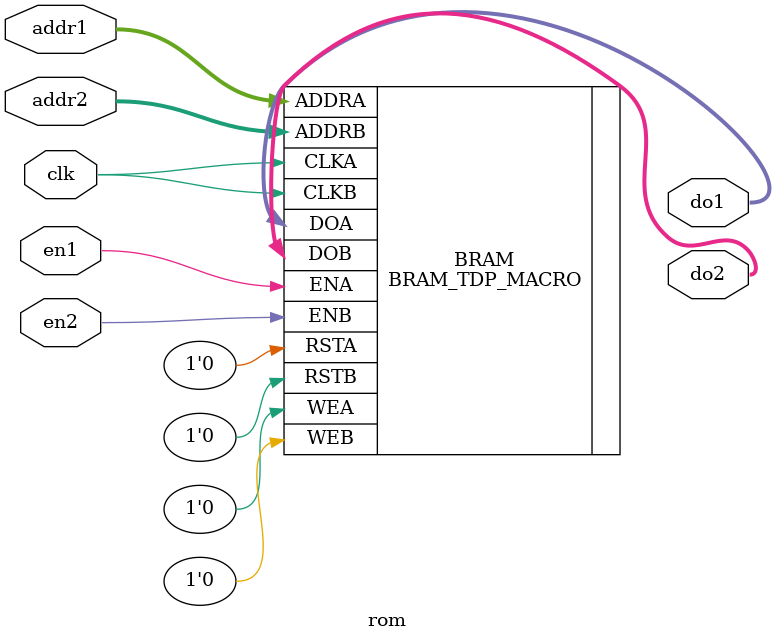
<source format=v>
`default_nettype none

`include "BRAM_TDP_MACRO.v"
`include "RAMB18E1.v"
`include "glbl.v"

module rom #(
   parameter ROMFILE       = "",
   parameter ADDRESS_WIDTH = 7,
   parameter DATA_WIDTH    = 16,
   parameter ROM_SIZE      = 128
) (
   input wire                          clk,
   input wire                          en1,
   input wire                          en2,
   input wire [ADDRESS_WIDTH-1:0]      addr1,
   input wire [ADDRESS_WIDTH-1:0]      addr2,
   output wire signed [DATA_WIDTH-1:0] do1,
   output wire signed [DATA_WIDTH-1:0] do2
);

   BRAM_TDP_MACRO #(
      .BRAM_SIZE     ("18Kb"),
      .DEVICE        ("7SERIES"),
      .DOA_REG       (0),
      .DOB_REG       (0),
      .WRITE_WIDTH_A (ADDRESS_WIDTH),
      .WRITE_WIDTH_B (ADDRESS_WIDTH),
      .READ_WIDTH_A  (ADDRESS_WIDTH),
      .READ_WIDTH_B  (ADDRESS_WIDTH),
      .INIT_FILE     (ROMFILE),
      .WRITE_MODE_A  ("NO_CHANGE"),
      .WRITE_MODE_B  ("NO_CHANGE")
   ) BRAM (
      .DOA   (do1),
      .DOB   (do2),
      .ADDRA (addr1),
      .ADDRB (addr2),
      .CLKA  (clk),
      .CLKB  (clk),
      .ENA   (en1),
      .ENB   (en2),
      .RSTA  (1'b0),
      .RSTB  (1'b0),
      .WEA   (1'b0),
      .WEB   (1'b0)
   );

endmodule // rom
// Local Variables:
// flycheck-verilator-include-path:("/home/matt/.nix-profile/opt/Vivado/2017.2/data/verilog/src/unimacro/"
//                                  "/home/matt/.nix-profile/opt/Vivado/2017.2/data/verilog/src/"
//                                  "/home/matt/.nix-profile/opt/Vivado/2017.2/data/verilog/src/unisims/")
// End:

</source>
